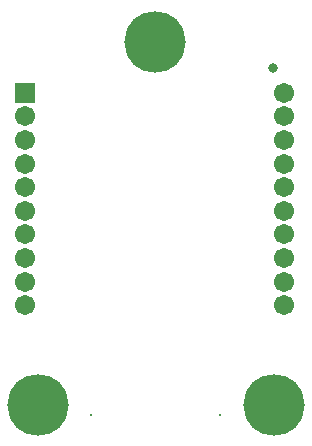
<source format=gbs>
G04 Layer_Color=16711935*
%FSLAX24Y24*%
%MOIN*%
G70*
G01*
G75*
%ADD27C,0.2049*%
%ADD28C,0.0671*%
%ADD29R,0.0671X0.0671*%
%ADD30C,0.0330*%
%ADD31R,0.0080X0.0080*%
D27*
X5000Y13550D02*
D03*
X8950Y1450D02*
D03*
X1100D02*
D03*
D28*
X9311Y11850D02*
D03*
Y11063D02*
D03*
Y10275D02*
D03*
Y9488D02*
D03*
Y8700D02*
D03*
Y7913D02*
D03*
Y7126D02*
D03*
Y6338D02*
D03*
Y5551D02*
D03*
Y4763D02*
D03*
X650D02*
D03*
Y5551D02*
D03*
Y6338D02*
D03*
Y7126D02*
D03*
Y7913D02*
D03*
Y8700D02*
D03*
Y9488D02*
D03*
Y10275D02*
D03*
Y11063D02*
D03*
D29*
Y11850D02*
D03*
D30*
X8933Y12680D02*
D03*
D31*
X7161Y1100D02*
D03*
X2850D02*
D03*
M02*

</source>
